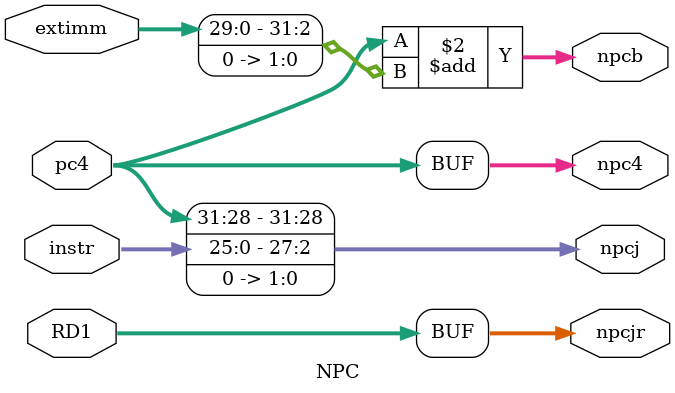
<source format=v>
`timescale 1ns / 1ps
module NPC(
	 input [31:0] pc4,
	 input [31:0] instr,
	 input [31:0] RD1,
	 input [31:0] extimm,
	 output [31:0] npc4,
	 output [31:0] npcb,
	 output [31:0] npcj,
	 output [31:0] npcjr
    );	
	 
	 assign npc4 = pc4;
	 assign npcb = pc4 + (extimm<<2);
	 assign npcj = {pc4[31:28],instr[25:0],2'b00};
	 assign npcjr = RD1;
	 
	 /*00	add   pc+4;
		01	beq	pc+4+(extimm<<2)
		10	j		PC31..28||instr_index||00
		10	jal	PC31..28||instr_index||00 ; $31 = pc+4
		11	jr  	31
	 */
endmodule

</source>
